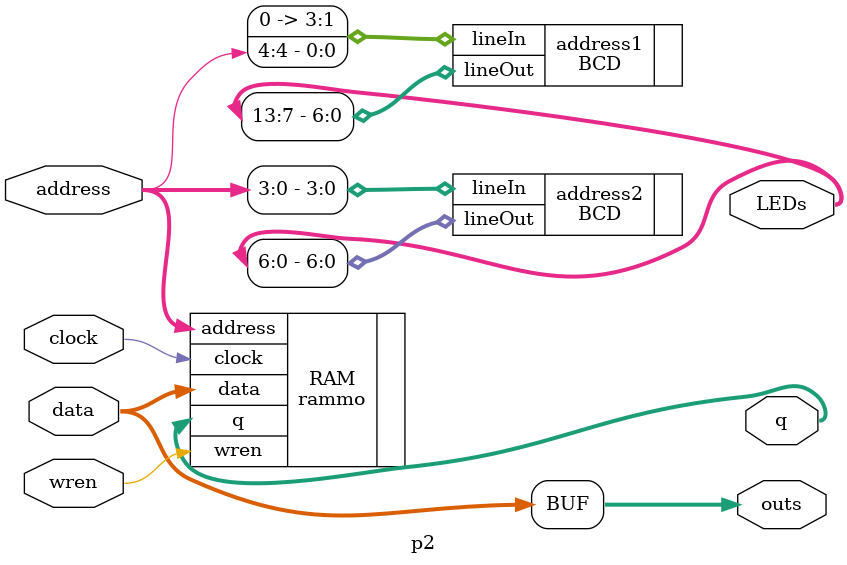
<source format=v>
module p2
(
    input [4:0] address,
	input clock,
	input [7:0] data,
	input wren,
	output [7:0] q,
    output [13:0] LEDs,
    output [7:0] outs
);

    // Instantiate RAM
    rammo RAM(
        .address(address),
        .clock(clock),
        .data(data),
        .wren(wren),
        .q(q)
    );
    
    
    // Instantiate 7Segments
    BCD address1(
        .lineIn({3'b000, address[4]}),
        .lineOut(LEDs[13:7])
    );
    
    BCD address2(
        .lineIn(address[3:0]),
        .lineOut(LEDs[6:0])
    );
    
    assign outs = data;    

endmodule

</source>
